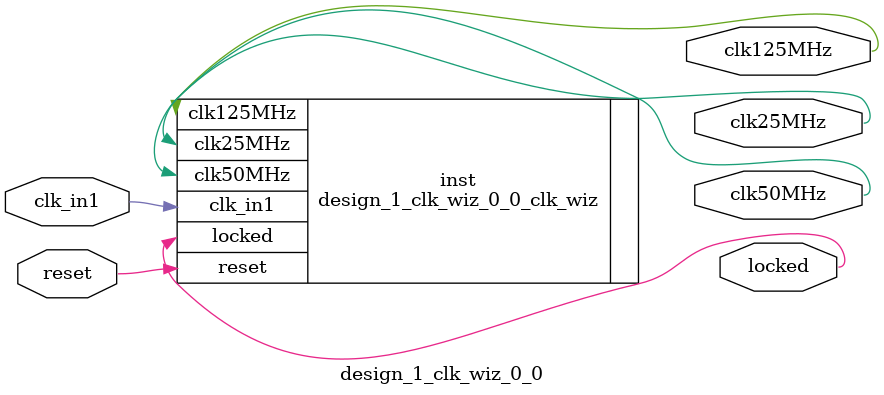
<source format=v>


`timescale 1ps/1ps

(* CORE_GENERATION_INFO = "design_1_clk_wiz_0_0,clk_wiz_v6_0_14_0_0,{component_name=design_1_clk_wiz_0_0,use_phase_alignment=true,use_min_o_jitter=false,use_max_i_jitter=false,use_dyn_phase_shift=false,use_inclk_switchover=false,use_dyn_reconfig=false,enable_axi=0,feedback_source=FDBK_AUTO,PRIMITIVE=MMCM,num_out_clk=3,clkin1_period=12.000,clkin2_period=10.0,use_power_down=false,use_reset=true,use_locked=true,use_inclk_stopped=false,feedback_type=SINGLE,CLOCK_MGR_TYPE=NA,manual_override=false}" *)

module design_1_clk_wiz_0_0 
 (
  // Clock out ports
  output        clk50MHz,
  output        clk25MHz,
  output        clk125MHz,
  // Status and control signals
  input         reset,
  output        locked,
 // Clock in ports
  input         clk_in1
 );

  design_1_clk_wiz_0_0_clk_wiz inst
  (
  // Clock out ports  
  .clk50MHz(clk50MHz),
  .clk25MHz(clk25MHz),
  .clk125MHz(clk125MHz),
  // Status and control signals               
  .reset(reset), 
  .locked(locked),
 // Clock in ports
  .clk_in1(clk_in1)
  );

endmodule

</source>
